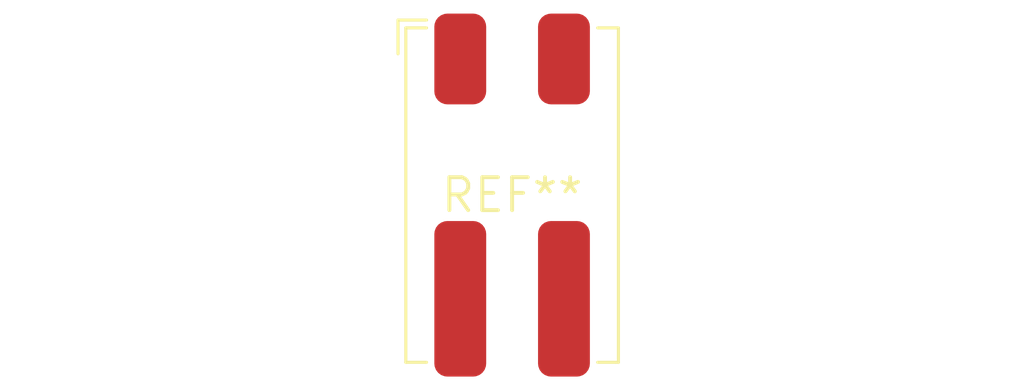
<source format=kicad_pcb>
(kicad_pcb (version 20240108) (generator pcbnew)
  (layers (0 "F.Cu" signal) (31 "B.Cu" signal) (34 "B.Paste" user) (35 "F.Paste" user) (36 "B.SilkS" user "B.Silkscreen") (37 "F.SilkS" user "F.Silkscreen") (38 "B.Mask" user) (39 "F.Mask" user) (44 "Edge.Cuts" user))
  (net 0 "")
  (footprint "TE_2834006-2_1x02_P4.0mm_Horizontal" (layer "F.Cu") (at 0 0)
    (property "Reference" "REF**")
    (property "Value" "TE_2834006-2_1x02_P4.0mm_Horizontal")
    (fp_line (start -4.4 -6.75) (end -4.4 -5.45) (layer "F.SilkS") (stroke (width 0.12)))
    (fp_line (start -4.1 -6.45) (end -3.3 -6.45) (layer "F.SilkS") (stroke (width 0.12)))
    (fp_line (start -4.1 6.45) (end -4.1 -6.45) (layer "F.SilkS") (stroke (width 0.12)))
    (fp_line (start -4.1 6.45) (end -3.3 6.45) (layer "F.SilkS") (stroke (width 0.12)))
    (fp_line (start -3.3 -6.75) (end -4.4 -6.75) (layer "F.SilkS") (stroke (width 0.12)))
    (fp_line (start 4.1 -6.45) (end 3.3 -6.45) (layer "F.SilkS") (stroke (width 0.12)))
    (fp_line (start 4.1 -6.45) (end 4.1 6.45) (layer "F.SilkS") (stroke (width 0.12)))
    (fp_line (start 4.1 6.45) (end 3.3 6.45) (layer "F.SilkS") (stroke (width 0.12)))
    (pad "1" smd roundrect (at -2 -5.25) (size 2 3.5) (layers "F.Cu" "F.Paste" "F.Mask"))
    (pad "1" smd roundrect (at -2 4) (size 2 6) (layers "F.Cu" "F.Paste" "F.Mask"))
    (pad "2" smd roundrect (at 2 -5.25) (size 2 3.5) (layers "F.Cu" "F.Paste" "F.Mask"))
    (pad "2" smd roundrect (at 2 4) (size 2 6) (layers "F.Cu" "F.Paste" "F.Mask"))
  )
)
</source>
